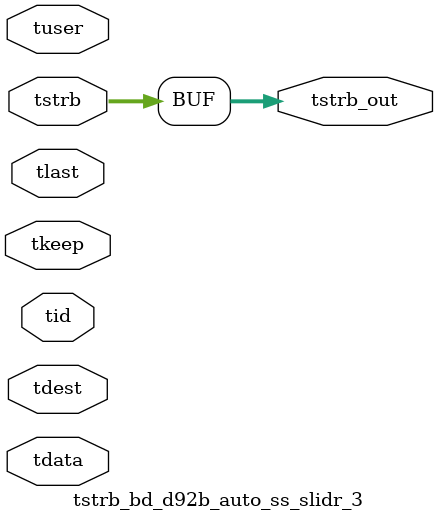
<source format=v>


`timescale 1ps/1ps

module tstrb_bd_d92b_auto_ss_slidr_3 #
(
parameter C_S_AXIS_TDATA_WIDTH = 32,
parameter C_S_AXIS_TUSER_WIDTH = 0,
parameter C_S_AXIS_TID_WIDTH   = 0,
parameter C_S_AXIS_TDEST_WIDTH = 0,
parameter C_M_AXIS_TDATA_WIDTH = 32
)
(
input  [(C_S_AXIS_TDATA_WIDTH == 0 ? 1 : C_S_AXIS_TDATA_WIDTH)-1:0     ] tdata,
input  [(C_S_AXIS_TUSER_WIDTH == 0 ? 1 : C_S_AXIS_TUSER_WIDTH)-1:0     ] tuser,
input  [(C_S_AXIS_TID_WIDTH   == 0 ? 1 : C_S_AXIS_TID_WIDTH)-1:0       ] tid,
input  [(C_S_AXIS_TDEST_WIDTH == 0 ? 1 : C_S_AXIS_TDEST_WIDTH)-1:0     ] tdest,
input  [(C_S_AXIS_TDATA_WIDTH/8)-1:0 ] tkeep,
input  [(C_S_AXIS_TDATA_WIDTH/8)-1:0 ] tstrb,
input                                                                    tlast,
output [(C_M_AXIS_TDATA_WIDTH/8)-1:0 ] tstrb_out
);

assign tstrb_out = {tstrb[7:0]};

endmodule


</source>
